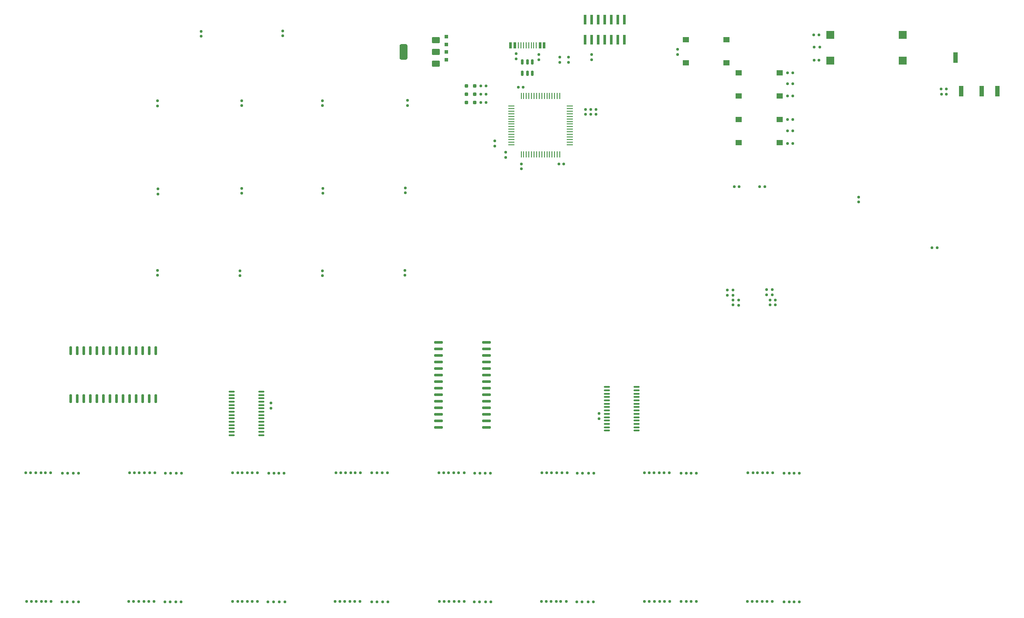
<source format=gbr>
%TF.GenerationSoftware,KiCad,Pcbnew,8.0.1-8.0.1-1~ubuntu22.04.1*%
%TF.CreationDate,2024-04-05T09:56:01+02:00*%
%TF.ProjectId,Sequencer,53657175-656e-4636-9572-2e6b69636164,rev?*%
%TF.SameCoordinates,Original*%
%TF.FileFunction,Paste,Top*%
%TF.FilePolarity,Positive*%
%FSLAX46Y46*%
G04 Gerber Fmt 4.6, Leading zero omitted, Abs format (unit mm)*
G04 Created by KiCad (PCBNEW 8.0.1-8.0.1-1~ubuntu22.04.1) date 2024-04-05 09:56:01*
%MOMM*%
%LPD*%
G01*
G04 APERTURE LIST*
G04 Aperture macros list*
%AMRoundRect*
0 Rectangle with rounded corners*
0 $1 Rounding radius*
0 $2 $3 $4 $5 $6 $7 $8 $9 X,Y pos of 4 corners*
0 Add a 4 corners polygon primitive as box body*
4,1,4,$2,$3,$4,$5,$6,$7,$8,$9,$2,$3,0*
0 Add four circle primitives for the rounded corners*
1,1,$1+$1,$2,$3*
1,1,$1+$1,$4,$5*
1,1,$1+$1,$6,$7*
1,1,$1+$1,$8,$9*
0 Add four rect primitives between the rounded corners*
20,1,$1+$1,$2,$3,$4,$5,0*
20,1,$1+$1,$4,$5,$6,$7,0*
20,1,$1+$1,$6,$7,$8,$9,0*
20,1,$1+$1,$8,$9,$2,$3,0*%
G04 Aperture macros list end*
%ADD10R,0.592000X1.920000*%
%ADD11RoundRect,0.112000X-0.136000X0.112000X-0.136000X-0.112000X0.136000X-0.112000X0.136000X0.112000X0*%
%ADD12RoundRect,0.108000X0.148000X-0.108000X0.148000X0.108000X-0.148000X0.108000X-0.148000X-0.108000X0*%
%ADD13RoundRect,0.120000X-0.700000X-0.120000X0.700000X-0.120000X0.700000X0.120000X-0.700000X0.120000X0*%
%ADD14RoundRect,0.108000X0.108000X0.148000X-0.108000X0.148000X-0.108000X-0.148000X0.108000X-0.148000X0*%
%ADD15RoundRect,0.080000X-0.720000X-0.640000X0.720000X-0.640000X0.720000X0.640000X-0.720000X0.640000X0*%
%ADD16RoundRect,0.112000X0.112000X0.136000X-0.112000X0.136000X-0.112000X-0.136000X0.112000X-0.136000X0*%
%ADD17RoundRect,0.180000X-0.200000X0.180000X-0.200000X-0.180000X0.200000X-0.180000X0.200000X0.180000X0*%
%ADD18RoundRect,0.108000X-0.108000X-0.148000X0.108000X-0.148000X0.108000X0.148000X-0.108000X0.148000X0*%
%ADD19RoundRect,0.112000X0.136000X-0.112000X0.136000X0.112000X-0.136000X0.112000X-0.136000X-0.112000X0*%
%ADD20RoundRect,0.060000X0.060000X-0.560000X0.060000X0.560000X-0.060000X0.560000X-0.060000X-0.560000X0*%
%ADD21RoundRect,0.060000X0.560000X-0.060000X0.560000X0.060000X-0.560000X0.060000X-0.560000X-0.060000X0*%
%ADD22RoundRect,0.108000X-0.148000X0.108000X-0.148000X-0.108000X0.148000X-0.108000X0.148000X0.108000X0*%
%ADD23RoundRect,0.080000X-0.510000X-0.080000X0.510000X-0.080000X0.510000X0.080000X-0.510000X0.080000X0*%
%ADD24R,1.240000X1.040000*%
%ADD25RoundRect,0.175000X-0.175000X-0.205000X0.175000X-0.205000X0.175000X0.205000X-0.175000X0.205000X0*%
%ADD26RoundRect,0.112000X-0.112000X-0.136000X0.112000X-0.136000X0.112000X0.136000X-0.112000X0.136000X0*%
%ADD27RoundRect,0.080000X0.510000X0.080000X-0.510000X0.080000X-0.510000X-0.080000X0.510000X-0.080000X0*%
%ADD28RoundRect,0.120000X-0.120000X0.410000X-0.120000X-0.410000X0.120000X-0.410000X0.120000X0.410000X0*%
%ADD29R,0.480000X1.160000*%
%ADD30R,0.240000X1.160000*%
%ADD31RoundRect,0.120000X0.120000X-0.700000X0.120000X0.700000X-0.120000X0.700000X-0.120000X-0.700000X0*%
%ADD32RoundRect,0.300000X0.500000X0.300000X-0.500000X0.300000X-0.500000X-0.300000X0.500000X-0.300000X0*%
%ADD33RoundRect,0.400000X0.400000X1.120000X-0.400000X1.120000X-0.400000X-1.120000X0.400000X-1.120000X0*%
%ADD34R,0.960000X2.000000*%
G04 APERTURE END LIST*
D10*
%TO.C,J301*%
X224310000Y-53550000D03*
X224310000Y-57450000D03*
X223040000Y-53550000D03*
X223040000Y-57450000D03*
X221770000Y-53550000D03*
X221770000Y-57450000D03*
X220500000Y-53550000D03*
X220500000Y-57450000D03*
X219230000Y-53550000D03*
X219230000Y-57450000D03*
X217960000Y-53550000D03*
X217960000Y-57450000D03*
X216690000Y-53550000D03*
X216690000Y-57450000D03*
%TD*%
D11*
%TO.C,C201*%
X252600000Y-107970000D03*
X252600000Y-108930000D03*
%TD*%
%TO.C,C202*%
X253580000Y-107990000D03*
X253580000Y-108950000D03*
%TD*%
D12*
%TO.C,R3*%
X253050000Y-107010000D03*
X253050000Y-105990000D03*
%TD*%
%TO.C,R4*%
X251950000Y-107010000D03*
X251950000Y-105990000D03*
%TD*%
D13*
%TO.C,U401*%
X188250000Y-116245000D03*
X188250000Y-117515000D03*
X188250000Y-118785000D03*
X188250000Y-120055000D03*
X188250000Y-121325000D03*
X188250000Y-122595000D03*
X188250000Y-123865000D03*
X188250000Y-125135000D03*
X188250000Y-126405000D03*
X188250000Y-127675000D03*
X188250000Y-128945000D03*
X188250000Y-130215000D03*
X188250000Y-131485000D03*
X188250000Y-132755000D03*
X197550000Y-132755000D03*
X197550000Y-131485000D03*
X197550000Y-130215000D03*
X197550000Y-128945000D03*
X197550000Y-127675000D03*
X197550000Y-126405000D03*
X197550000Y-125135000D03*
X197550000Y-123865000D03*
X197550000Y-122595000D03*
X197550000Y-121325000D03*
X197550000Y-120055000D03*
X197550000Y-118785000D03*
X197550000Y-117515000D03*
X197550000Y-116245000D03*
%TD*%
D14*
%TO.C,R450*%
X178410000Y-166600000D03*
X177390000Y-166600000D03*
%TD*%
D15*
%TO.C,SW101*%
X264300000Y-56500000D03*
X278300000Y-56500000D03*
X264300000Y-61500000D03*
X278300000Y-61500000D03*
%TD*%
D16*
%TO.C,C406*%
X209280000Y-141500000D03*
X208320000Y-141500000D03*
%TD*%
D17*
%TO.C,C602*%
X189800000Y-59825000D03*
X189800000Y-61375000D03*
%TD*%
D16*
%TO.C,C204*%
X246580000Y-86000000D03*
X245620000Y-86000000D03*
%TD*%
D14*
%TO.C,R458*%
X253010000Y-166500000D03*
X251990000Y-166500000D03*
%TD*%
D16*
%TO.C,C307*%
X212580000Y-81600000D03*
X211620000Y-81600000D03*
%TD*%
D11*
%TO.C,C306*%
X204300000Y-81540000D03*
X204300000Y-82500000D03*
%TD*%
D18*
%TO.C,R411*%
X115290000Y-141600000D03*
X116310000Y-141600000D03*
%TD*%
%TO.C,R102*%
X261090000Y-56500000D03*
X262110000Y-56500000D03*
%TD*%
%TO.C,R413*%
X135290000Y-141600000D03*
X136310000Y-141600000D03*
%TD*%
%TO.C,R421*%
X230080000Y-141500000D03*
X231100000Y-141500000D03*
%TD*%
D19*
%TO.C,C503*%
X165700000Y-70260000D03*
X165700000Y-69300000D03*
%TD*%
D14*
%TO.C,R460*%
X198420000Y-166600000D03*
X197400000Y-166600000D03*
%TD*%
D20*
%TO.C,U301*%
X204300000Y-79750000D03*
X204800000Y-79750000D03*
X205300000Y-79750000D03*
X205800000Y-79750000D03*
X206300000Y-79750000D03*
X206800000Y-79750000D03*
X207300000Y-79750000D03*
X207800000Y-79750000D03*
X208300000Y-79750000D03*
X208800000Y-79750000D03*
X209300000Y-79750000D03*
X209800000Y-79750000D03*
X210300000Y-79750000D03*
X210800000Y-79750000D03*
X211300000Y-79750000D03*
X211800000Y-79750000D03*
D21*
X213725000Y-77825000D03*
X213725000Y-77325000D03*
X213725000Y-76825000D03*
X213725000Y-76325000D03*
X213725000Y-75825000D03*
X213725000Y-75325000D03*
X213725000Y-74825000D03*
X213725000Y-74325000D03*
X213725000Y-73825000D03*
X213725000Y-73325000D03*
X213725000Y-72825000D03*
X213725000Y-72325000D03*
X213725000Y-71825000D03*
X213725000Y-71325000D03*
X213725000Y-70825000D03*
X213725000Y-70325000D03*
D20*
X211800000Y-68400000D03*
X211300000Y-68400000D03*
X210800000Y-68400000D03*
X210300000Y-68400000D03*
X209800000Y-68400000D03*
X209300000Y-68400000D03*
X208800000Y-68400000D03*
X208300000Y-68400000D03*
X207800000Y-68400000D03*
X207300000Y-68400000D03*
X206800000Y-68400000D03*
X206300000Y-68400000D03*
X205800000Y-68400000D03*
X205300000Y-68400000D03*
X204800000Y-68400000D03*
X204300000Y-68400000D03*
D21*
X202375000Y-70325000D03*
X202375000Y-70825000D03*
X202375000Y-71325000D03*
X202375000Y-71825000D03*
X202375000Y-72325000D03*
X202375000Y-72825000D03*
X202375000Y-73325000D03*
X202375000Y-73825000D03*
X202375000Y-74325000D03*
X202375000Y-74825000D03*
X202375000Y-75325000D03*
X202375000Y-75825000D03*
X202375000Y-76325000D03*
X202375000Y-76825000D03*
X202375000Y-77325000D03*
X202375000Y-77825000D03*
%TD*%
D22*
%TO.C,R303*%
X217960000Y-61330000D03*
X217960000Y-60310000D03*
%TD*%
D18*
%TO.C,R101*%
X261190000Y-58900000D03*
X262210000Y-58900000D03*
%TD*%
D16*
%TO.C,C407*%
X229180000Y-141500000D03*
X228220000Y-141500000D03*
%TD*%
D14*
%TO.C,R308*%
X197497500Y-68000000D03*
X196477500Y-68000000D03*
%TD*%
D19*
%TO.C,C507*%
X165800000Y-87280000D03*
X165800000Y-86320000D03*
%TD*%
D23*
%TO.C,U404*%
X148137500Y-125775000D03*
X148137500Y-126425000D03*
X148137500Y-127075000D03*
X148137500Y-127725000D03*
X148137500Y-128375000D03*
X148137500Y-129025000D03*
X148137500Y-129675000D03*
X148137500Y-130325000D03*
X148137500Y-130975000D03*
X148137500Y-131625000D03*
X148137500Y-132275000D03*
X148137500Y-132925000D03*
X148137500Y-133575000D03*
X148137500Y-134225000D03*
X153862500Y-134225000D03*
X153862500Y-133575000D03*
X153862500Y-132925000D03*
X153862500Y-132275000D03*
X153862500Y-131625000D03*
X153862500Y-130975000D03*
X153862500Y-130325000D03*
X153862500Y-129675000D03*
X153862500Y-129025000D03*
X153862500Y-128375000D03*
X153862500Y-127725000D03*
X153862500Y-127075000D03*
X153862500Y-126425000D03*
X153862500Y-125775000D03*
%TD*%
D14*
%TO.C,R414*%
X138400000Y-141600000D03*
X137380000Y-141600000D03*
%TD*%
D22*
%TO.C,R402*%
X155700000Y-127980000D03*
X155700000Y-129000000D03*
%TD*%
D19*
%TO.C,C515*%
X181700000Y-103160000D03*
X181700000Y-102200000D03*
%TD*%
D11*
%TO.C,C301*%
X218800000Y-70980000D03*
X218800000Y-71940000D03*
%TD*%
D19*
%TO.C,C502*%
X150100000Y-70260000D03*
X150100000Y-69300000D03*
%TD*%
D14*
%TO.C,R457*%
X233120000Y-166500000D03*
X232100000Y-166500000D03*
%TD*%
D19*
%TO.C,C512*%
X149700000Y-103260000D03*
X149700000Y-102300000D03*
%TD*%
D14*
%TO.C,R456*%
X213020000Y-166500000D03*
X212000000Y-166500000D03*
%TD*%
D19*
%TO.C,C505*%
X133800000Y-87380000D03*
X133800000Y-86420000D03*
%TD*%
D16*
%TO.C,C411*%
X149280000Y-166500000D03*
X148320000Y-166500000D03*
%TD*%
D18*
%TO.C,R417*%
X175290000Y-141500000D03*
X176310000Y-141500000D03*
%TD*%
D14*
%TO.C,R426*%
X253100000Y-141500000D03*
X252080000Y-141500000D03*
%TD*%
D18*
%TO.C,R445*%
X135190000Y-166600000D03*
X136210000Y-166600000D03*
%TD*%
D14*
%TO.C,R408*%
X133220000Y-141500000D03*
X132200000Y-141500000D03*
%TD*%
D16*
%TO.C,C416*%
X249160000Y-166500000D03*
X248200000Y-166500000D03*
%TD*%
D14*
%TO.C,R462*%
X218320000Y-166600000D03*
X217300000Y-166600000D03*
%TD*%
%TO.C,R309*%
X197497500Y-66400000D03*
X196477500Y-66400000D03*
%TD*%
D19*
%TO.C,C513*%
X165700000Y-103260000D03*
X165700000Y-102300000D03*
%TD*%
%TO.C,C508*%
X181800000Y-87160000D03*
X181800000Y-86200000D03*
%TD*%
D14*
%TO.C,R425*%
X233020000Y-141500000D03*
X232000000Y-141500000D03*
%TD*%
D18*
%TO.C,R459*%
X195190000Y-166600000D03*
X196210000Y-166600000D03*
%TD*%
%TO.C,R453*%
X230180000Y-166500000D03*
X231200000Y-166500000D03*
%TD*%
D24*
%TO.C,SW303*%
X236225000Y-57450000D03*
X244175000Y-57450000D03*
X236225000Y-61950000D03*
X244175000Y-61950000D03*
%TD*%
D16*
%TO.C,C402*%
X129280000Y-141500000D03*
X128320000Y-141500000D03*
%TD*%
D22*
%TO.C,R304*%
X199175000Y-77050000D03*
X199175000Y-78070000D03*
%TD*%
D14*
%TO.C,R442*%
X173010000Y-166500000D03*
X171990000Y-166500000D03*
%TD*%
D16*
%TO.C,C410*%
X129100000Y-166500000D03*
X128140000Y-166500000D03*
%TD*%
D12*
%TO.C,R401*%
X219400000Y-129990000D03*
X219400000Y-131010000D03*
%TD*%
D14*
%TO.C,R407*%
X113010000Y-141500000D03*
X111990000Y-141500000D03*
%TD*%
D25*
%TO.C,D301*%
X193700000Y-69600000D03*
X195275000Y-69600000D03*
%TD*%
D14*
%TO.C,R310*%
X257010000Y-66000000D03*
X255990000Y-66000000D03*
%TD*%
D19*
%TO.C,C310*%
X234660000Y-60290000D03*
X234660000Y-59330000D03*
%TD*%
D18*
%TO.C,R429*%
X215190000Y-141600000D03*
X216210000Y-141600000D03*
%TD*%
%TO.C,R463*%
X235290000Y-166500000D03*
X236310000Y-166500000D03*
%TD*%
D14*
%TO.C,R410*%
X173110000Y-141500000D03*
X172090000Y-141500000D03*
%TD*%
D16*
%TO.C,C308*%
X256980000Y-68400000D03*
X256020000Y-68400000D03*
%TD*%
D19*
%TO.C,C501*%
X133700000Y-70280000D03*
X133700000Y-69320000D03*
%TD*%
D14*
%TO.C,R455*%
X193220000Y-166500000D03*
X192200000Y-166500000D03*
%TD*%
D11*
%TO.C,C205*%
X245420000Y-107990000D03*
X245420000Y-108950000D03*
%TD*%
D14*
%TO.C,R412*%
X118410000Y-141600000D03*
X117390000Y-141600000D03*
%TD*%
D16*
%TO.C,C401*%
X109080000Y-141500000D03*
X108120000Y-141500000D03*
%TD*%
D14*
%TO.C,R428*%
X198310000Y-141600000D03*
X197290000Y-141600000D03*
%TD*%
%TO.C,R430*%
X218410000Y-141600000D03*
X217390000Y-141600000D03*
%TD*%
%TO.C,R418*%
X178310000Y-141500000D03*
X177290000Y-141500000D03*
%TD*%
D18*
%TO.C,R454*%
X250090000Y-166500000D03*
X251110000Y-166500000D03*
%TD*%
%TO.C,R465*%
X255290000Y-166600000D03*
X256310000Y-166600000D03*
%TD*%
%TO.C,R451*%
X190280000Y-166500000D03*
X191300000Y-166500000D03*
%TD*%
D19*
%TO.C,C509*%
X158000000Y-56680000D03*
X158000000Y-55720000D03*
%TD*%
D14*
%TO.C,R448*%
X158410000Y-166600000D03*
X157390000Y-166600000D03*
%TD*%
%TO.C,R311*%
X257010000Y-63900000D03*
X255990000Y-63900000D03*
%TD*%
D18*
%TO.C,R415*%
X155290000Y-141600000D03*
X156310000Y-141600000D03*
%TD*%
D16*
%TO.C,C413*%
X189380000Y-166480000D03*
X188420000Y-166480000D03*
%TD*%
D11*
%TO.C,C309*%
X201300000Y-79320000D03*
X201300000Y-80280000D03*
%TD*%
D14*
%TO.C,R446*%
X138310000Y-166600000D03*
X137290000Y-166600000D03*
%TD*%
D22*
%TO.C,R301*%
X213500000Y-60790000D03*
X213500000Y-61810000D03*
%TD*%
D14*
%TO.C,R439*%
X113110000Y-166500000D03*
X112090000Y-166500000D03*
%TD*%
D18*
%TO.C,R433*%
X255290000Y-141600000D03*
X256310000Y-141600000D03*
%TD*%
D16*
%TO.C,C414*%
X209200000Y-166500000D03*
X208240000Y-166500000D03*
%TD*%
D14*
%TO.C,R464*%
X238310000Y-166500000D03*
X237290000Y-166500000D03*
%TD*%
D24*
%TO.C,SW302*%
X246525000Y-63850000D03*
X254475000Y-63850000D03*
X246525000Y-68350000D03*
X254475000Y-68350000D03*
%TD*%
D14*
%TO.C,R306*%
X197497500Y-69600000D03*
X196477500Y-69600000D03*
%TD*%
D18*
%TO.C,R449*%
X175290000Y-166600000D03*
X176310000Y-166600000D03*
%TD*%
D16*
%TO.C,C412*%
X169160000Y-166500000D03*
X168200000Y-166500000D03*
%TD*%
D22*
%TO.C,R302*%
X211800000Y-60790000D03*
X211800000Y-61810000D03*
%TD*%
D19*
%TO.C,C511*%
X142200000Y-56760000D03*
X142200000Y-55800000D03*
%TD*%
D18*
%TO.C,R435*%
X110190000Y-166500000D03*
X111210000Y-166500000D03*
%TD*%
D19*
%TO.C,C504*%
X182200000Y-70200000D03*
X182200000Y-69240000D03*
%TD*%
D18*
%TO.C,R419*%
X190190000Y-141500000D03*
X191210000Y-141500000D03*
%TD*%
D12*
%TO.C,R1*%
X245410000Y-107040000D03*
X245410000Y-106020000D03*
%TD*%
D18*
%TO.C,R406*%
X170190000Y-141500000D03*
X171210000Y-141500000D03*
%TD*%
D25*
%TO.C,D302*%
X193700000Y-68000000D03*
X195275000Y-68000000D03*
%TD*%
D16*
%TO.C,C408*%
X249270000Y-141500000D03*
X248310000Y-141500000D03*
%TD*%
D14*
%TO.C,R441*%
X153110000Y-166500000D03*
X152090000Y-166500000D03*
%TD*%
D26*
%TO.C,C302*%
X203720000Y-66700000D03*
X204680000Y-66700000D03*
%TD*%
D18*
%TO.C,R447*%
X155190000Y-166600000D03*
X156210000Y-166600000D03*
%TD*%
%TO.C,R431*%
X235290000Y-141600000D03*
X236310000Y-141600000D03*
%TD*%
D16*
%TO.C,C303*%
X256980000Y-77600000D03*
X256020000Y-77600000D03*
%TD*%
D27*
%TO.C,U402*%
X226662500Y-133325000D03*
X226662500Y-132675000D03*
X226662500Y-132025000D03*
X226662500Y-131375000D03*
X226662500Y-130725000D03*
X226662500Y-130075000D03*
X226662500Y-129425000D03*
X226662500Y-128775000D03*
X226662500Y-128125000D03*
X226662500Y-127475000D03*
X226662500Y-126825000D03*
X226662500Y-126175000D03*
X226662500Y-125525000D03*
X226662500Y-124875000D03*
X220937500Y-124875000D03*
X220937500Y-125525000D03*
X220937500Y-126175000D03*
X220937500Y-126825000D03*
X220937500Y-127475000D03*
X220937500Y-128125000D03*
X220937500Y-128775000D03*
X220937500Y-129425000D03*
X220937500Y-130075000D03*
X220937500Y-130725000D03*
X220937500Y-131375000D03*
X220937500Y-132025000D03*
X220937500Y-132675000D03*
X220937500Y-133325000D03*
%TD*%
D22*
%TO.C,R601*%
X207700000Y-60290000D03*
X207700000Y-61310000D03*
%TD*%
D11*
%TO.C,C305*%
X216800000Y-71000000D03*
X216800000Y-71960000D03*
%TD*%
D14*
%TO.C,R424*%
X213220000Y-141500000D03*
X212200000Y-141500000D03*
%TD*%
D25*
%TO.C,D303*%
X193700000Y-66400000D03*
X195275000Y-66400000D03*
%TD*%
D19*
%TO.C,C510*%
X133700000Y-103160000D03*
X133700000Y-102200000D03*
%TD*%
D14*
%TO.C,R434*%
X258310000Y-141600000D03*
X257290000Y-141600000D03*
%TD*%
D18*
%TO.C,R438*%
X170080000Y-166500000D03*
X171100000Y-166500000D03*
%TD*%
%TO.C,R404*%
X130180000Y-141500000D03*
X131200000Y-141500000D03*
%TD*%
D11*
%TO.C,C304*%
X217800000Y-71000000D03*
X217800000Y-71960000D03*
%TD*%
D18*
%TO.C,R461*%
X215090000Y-166600000D03*
X216110000Y-166600000D03*
%TD*%
%TO.C,R405*%
X150190000Y-141500000D03*
X151210000Y-141500000D03*
%TD*%
D12*
%TO.C,R2*%
X244310000Y-107030000D03*
X244310000Y-106010000D03*
%TD*%
D18*
%TO.C,R436*%
X130090000Y-166500000D03*
X131110000Y-166500000D03*
%TD*%
D17*
%TO.C,C601*%
X189800000Y-56825000D03*
X189800000Y-58375000D03*
%TD*%
D26*
%TO.C,C207*%
X285840000Y-68000000D03*
X286800000Y-68000000D03*
%TD*%
D16*
%TO.C,C415*%
X229180000Y-166500000D03*
X228220000Y-166500000D03*
%TD*%
D12*
%TO.C,R602*%
X203300000Y-61210000D03*
X203300000Y-60190000D03*
%TD*%
D18*
%TO.C,R420*%
X210190000Y-141500000D03*
X211210000Y-141500000D03*
%TD*%
D16*
%TO.C,C404*%
X169300000Y-141500000D03*
X168340000Y-141500000D03*
%TD*%
D18*
%TO.C,R427*%
X195290000Y-141600000D03*
X196310000Y-141600000D03*
%TD*%
D16*
%TO.C,C203*%
X251560000Y-86000000D03*
X250600000Y-86000000D03*
%TD*%
D18*
%TO.C,R437*%
X150190000Y-166500000D03*
X151210000Y-166500000D03*
%TD*%
D16*
%TO.C,C405*%
X189310000Y-141500000D03*
X188350000Y-141500000D03*
%TD*%
D18*
%TO.C,R452*%
X210090000Y-166500000D03*
X211110000Y-166500000D03*
%TD*%
D28*
%TO.C,U602*%
X206450000Y-61725000D03*
X205500000Y-61725000D03*
X204550000Y-61725000D03*
X204550000Y-64000000D03*
X205500000Y-64000000D03*
X206450000Y-64000000D03*
%TD*%
D24*
%TO.C,SW301*%
X246525000Y-72950000D03*
X254475000Y-72950000D03*
X246525000Y-77450000D03*
X254475000Y-77450000D03*
%TD*%
D14*
%TO.C,R307*%
X257010000Y-72900000D03*
X255990000Y-72900000D03*
%TD*%
%TO.C,R440*%
X133020000Y-166500000D03*
X132000000Y-166500000D03*
%TD*%
D26*
%TO.C,C101*%
X261120000Y-61400000D03*
X262080000Y-61400000D03*
%TD*%
D29*
%TO.C,J601*%
X208750000Y-58545000D03*
X207950000Y-58545000D03*
D30*
X206750000Y-58545000D03*
X205750000Y-58545000D03*
X205250000Y-58545000D03*
X204250000Y-58545000D03*
D29*
X203050000Y-58545000D03*
X202250000Y-58545000D03*
X202250000Y-58545000D03*
X203050000Y-58545000D03*
D30*
X203750000Y-58545000D03*
X204750000Y-58545000D03*
X206250000Y-58545000D03*
X207250000Y-58545000D03*
D29*
X207950000Y-58545000D03*
X208750000Y-58545000D03*
%TD*%
D31*
%TO.C,U403*%
X116845000Y-127150000D03*
X118115000Y-127150000D03*
X119385000Y-127150000D03*
X120655000Y-127150000D03*
X121925000Y-127150000D03*
X123195000Y-127150000D03*
X124465000Y-127150000D03*
X125735000Y-127150000D03*
X127005000Y-127150000D03*
X128275000Y-127150000D03*
X129545000Y-127150000D03*
X130815000Y-127150000D03*
X132085000Y-127150000D03*
X133355000Y-127150000D03*
X133355000Y-117850000D03*
X132085000Y-117850000D03*
X130815000Y-117850000D03*
X129545000Y-117850000D03*
X128275000Y-117850000D03*
X127005000Y-117850000D03*
X125735000Y-117850000D03*
X124465000Y-117850000D03*
X123195000Y-117850000D03*
X121925000Y-117850000D03*
X120655000Y-117850000D03*
X119385000Y-117850000D03*
X118115000Y-117850000D03*
X116845000Y-117850000D03*
%TD*%
D18*
%TO.C,R201*%
X285825000Y-67000000D03*
X286845000Y-67000000D03*
%TD*%
D32*
%TO.C,U601*%
X187750000Y-62100000D03*
X187750000Y-59800000D03*
D33*
X181450000Y-59800000D03*
D32*
X187750000Y-57500000D03*
%TD*%
D18*
%TO.C,R422*%
X250180000Y-141500000D03*
X251200000Y-141500000D03*
%TD*%
D14*
%TO.C,R466*%
X258310000Y-166600000D03*
X257290000Y-166600000D03*
%TD*%
%TO.C,R409*%
X153110000Y-141500000D03*
X152090000Y-141500000D03*
%TD*%
D16*
%TO.C,C514*%
X285000000Y-97850000D03*
X284040000Y-97850000D03*
%TD*%
D14*
%TO.C,R444*%
X118410000Y-166600000D03*
X117390000Y-166600000D03*
%TD*%
D18*
%TO.C,R443*%
X115190000Y-166600000D03*
X116210000Y-166600000D03*
%TD*%
D16*
%TO.C,C409*%
X109280000Y-166500000D03*
X108320000Y-166500000D03*
%TD*%
D18*
%TO.C,R403*%
X110090000Y-141500000D03*
X111110000Y-141500000D03*
%TD*%
D16*
%TO.C,C403*%
X149280000Y-141500000D03*
X148320000Y-141500000D03*
%TD*%
D14*
%TO.C,R305*%
X257000000Y-75100000D03*
X255980000Y-75100000D03*
%TD*%
%TO.C,R432*%
X238310000Y-141600000D03*
X237290000Y-141600000D03*
%TD*%
D34*
%TO.C,J101*%
X293700000Y-67450000D03*
X296700000Y-67450000D03*
X288600000Y-60950000D03*
X289700000Y-67450000D03*
%TD*%
D19*
%TO.C,C506*%
X150100000Y-87260000D03*
X150100000Y-86300000D03*
%TD*%
D14*
%TO.C,R423*%
X193210000Y-141500000D03*
X192190000Y-141500000D03*
%TD*%
%TO.C,R416*%
X158310000Y-141600000D03*
X157290000Y-141600000D03*
%TD*%
D11*
%TO.C,C206*%
X246520000Y-108970000D03*
X246520000Y-108010000D03*
%TD*%
%TO.C,C516*%
X269800000Y-88020000D03*
X269800000Y-88980000D03*
%TD*%
M02*

</source>
